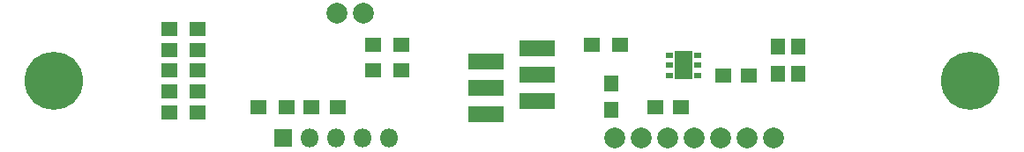
<source format=gts>
G04 #@! TF.GenerationSoftware,KiCad,Pcbnew,(5.1.6)-1*
G04 #@! TF.CreationDate,2020-10-13T20:36:20+02:00*
G04 #@! TF.ProjectId,LampeSolaire2,4c616d70-6553-46f6-9c61-697265322e6b,R00*
G04 #@! TF.SameCoordinates,PX5f5e100PY5cfbb60*
G04 #@! TF.FileFunction,Soldermask,Top*
G04 #@! TF.FilePolarity,Negative*
%FSLAX46Y46*%
G04 Gerber Fmt 4.6, Leading zero omitted, Abs format (unit mm)*
G04 Created by KiCad (PCBNEW (5.1.6)-1) date 2020-10-13 20:36:20*
%MOMM*%
%LPD*%
G01*
G04 APERTURE LIST*
%ADD10C,2.000000*%
%ADD11C,5.600000*%
%ADD12R,1.600000X1.350000*%
%ADD13R,1.350000X1.600000*%
%ADD14R,3.500000X1.600000*%
%ADD15R,1.800000X1.800000*%
%ADD16O,1.800000X1.800000*%
%ADD17R,1.600000X1.400000*%
%ADD18R,1.400000X1.600000*%
%ADD19R,1.800000X2.700000*%
%ADD20R,0.730000X0.550000*%
G04 APERTURE END LIST*
D10*
X35770000Y-3500000D03*
X33230000Y-3500000D03*
D11*
X94000000Y-10000000D03*
X6000000Y-10000000D03*
D10*
X62420000Y-15500000D03*
X64960000Y-15500000D03*
X67500000Y-15500000D03*
X75120000Y-15500000D03*
X72580000Y-15500000D03*
X70040000Y-15500000D03*
X59880000Y-15500000D03*
D12*
X30750000Y-12500000D03*
X33250000Y-12500000D03*
D13*
X59500000Y-10250000D03*
X59500000Y-12750000D03*
D12*
X63750000Y-12500000D03*
X66250000Y-12500000D03*
X70250000Y-9500000D03*
X72750000Y-9500000D03*
D14*
X47550000Y-13175000D03*
X52450000Y-11905000D03*
X47550000Y-10635000D03*
X47550000Y-8095000D03*
X52450000Y-9365000D03*
X52450000Y-6825000D03*
D15*
X28000000Y-15500000D03*
D16*
X30540000Y-15500000D03*
X33080000Y-15500000D03*
X35620000Y-15500000D03*
X38160000Y-15500000D03*
D17*
X25650000Y-12500000D03*
X28350000Y-12500000D03*
X17150000Y-5000000D03*
X19850000Y-5000000D03*
X17150000Y-11000000D03*
X19850000Y-11000000D03*
X17150000Y-13000000D03*
X19850000Y-13000000D03*
X17150000Y-9000000D03*
X19850000Y-9000000D03*
X17150000Y-7000000D03*
X19850000Y-7000000D03*
X57650000Y-6500000D03*
X60350000Y-6500000D03*
X39350000Y-6500000D03*
X36650000Y-6500000D03*
X36650000Y-9000000D03*
X39350000Y-9000000D03*
D18*
X77500000Y-6650000D03*
X77500000Y-9350000D03*
X75500000Y-6650000D03*
X75500000Y-9350000D03*
D19*
X66500000Y-8500000D03*
D20*
X67840000Y-9450000D03*
X67840000Y-8500000D03*
X67840000Y-7550000D03*
X65160000Y-7550000D03*
X65160000Y-8500000D03*
X65160000Y-9450000D03*
M02*

</source>
